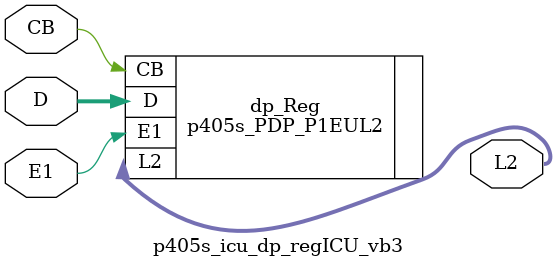
<source format=v>
module p405s_icu_dp_regICU_vb3(
                                CB,
                                D,
                                E1,
                                L2
                               );

    input  CB; 
    input [0:31] D; 
    input  E1; 
    output [0:31] L2; 

p405s_PDP_P1EUL2
 #(32, 1, 1, 1, 2, 0 ) dp_Reg (
                                         .CB  (CB),
                                         .D   (D),
                                         .E1  (E1),
                                         .L2  (L2)
                                         );

endmodule

</source>
